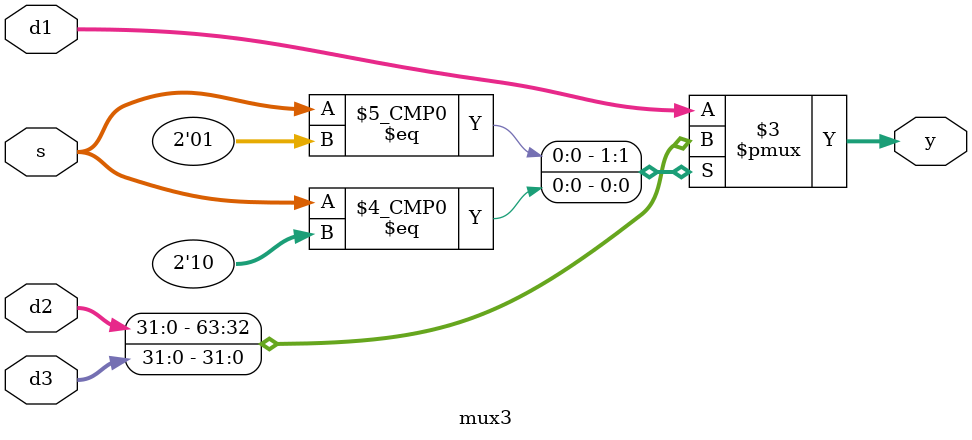
<source format=sv>
module mux3 #(parameter WIDTH = 32)(
    input logic [WIDTH-1:0] d1, d2, d3,
    input logic [1:0] s,
    output logic [WIDTH-1:0] y
    );
    always_comb
        case(s)
            2'b00: y <= d1;
            2'b01: y <= d2;
            2'b10: y <= d3;
            default: y <= d1;
        endcase
endmodule

</source>
